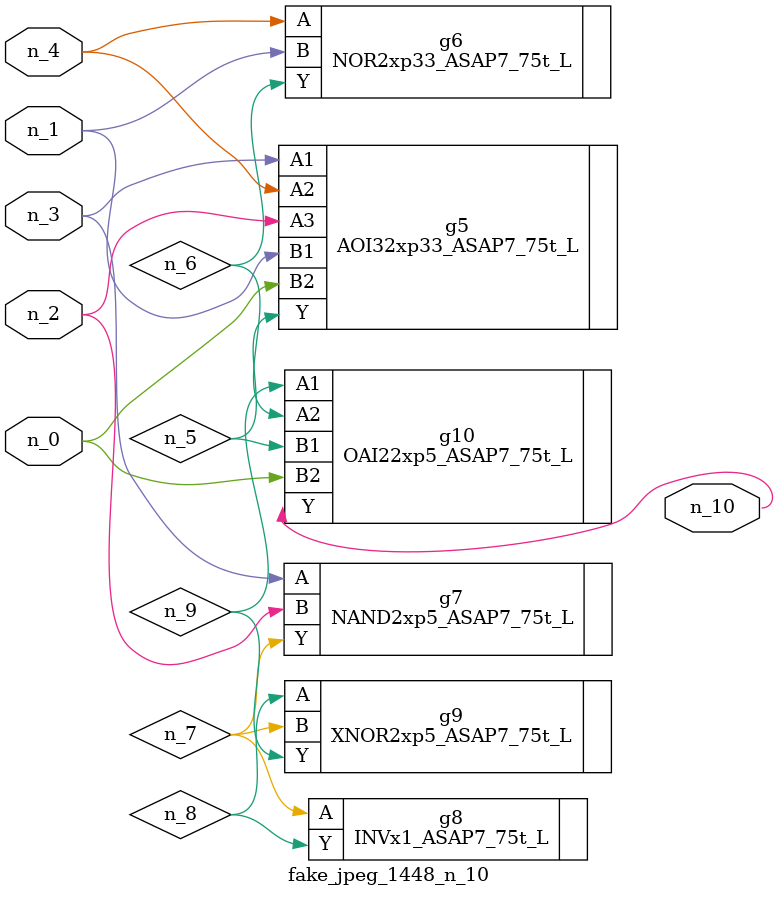
<source format=v>
module fake_jpeg_1448_n_10 (n_3, n_2, n_1, n_0, n_4, n_10);

input n_3;
input n_2;
input n_1;
input n_0;
input n_4;

output n_10;

wire n_8;
wire n_9;
wire n_6;
wire n_5;
wire n_7;

AOI32xp33_ASAP7_75t_L g5 ( 
.A1(n_3),
.A2(n_4),
.A3(n_2),
.B1(n_1),
.B2(n_0),
.Y(n_5)
);

NOR2xp33_ASAP7_75t_L g6 ( 
.A(n_4),
.B(n_1),
.Y(n_6)
);

NAND2xp5_ASAP7_75t_L g7 ( 
.A(n_3),
.B(n_2),
.Y(n_7)
);

INVx1_ASAP7_75t_L g8 ( 
.A(n_7),
.Y(n_8)
);

XNOR2xp5_ASAP7_75t_L g9 ( 
.A(n_8),
.B(n_7),
.Y(n_9)
);

OAI22xp5_ASAP7_75t_L g10 ( 
.A1(n_9),
.A2(n_6),
.B1(n_5),
.B2(n_0),
.Y(n_10)
);


endmodule
</source>
